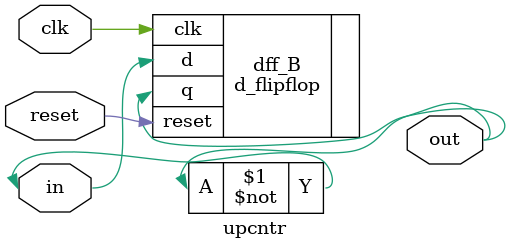
<source format=v>
`timescale 1ns / 1ps


module upcntr(
    input clk, reset, 
    input in,
    output out
    );
    /*  
    assign in[1] = (out[1] & trigger) | (out[1] & ~out[0]) | (~out[1] & out[0] & trigger); 
    assign in[0] = (out[0] & ~trigger) | (~out[0] & trigger);
    */
    
   
     assign in = ~out;
 
    
  //  d_flipflop dff_A(.clk(clk), .reset(reset), .d(in[1]), .q(out[1]) );
    d_flipflop dff_B(.clk(clk), .reset(reset), .d(in), .q(out) );   
endmodule

</source>
